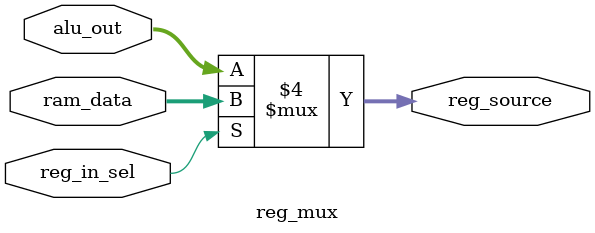
<source format=v>
`timescale 1ns / 1ps


module reg_mux(
reg_in_sel, alu_out, ram_data,reg_source 
    );
 input reg_in_sel;
 input [15:0]alu_out; 
 input [15:0]ram_data;
 output reg [15:0] reg_source;
 
always@(* )  begin
      if( reg_in_sel==0) 
      begin
        reg_source=alu_out;
      end
      else 
        begin 
           reg_source=ram_data;
        end 
end
    
endmodule

</source>
